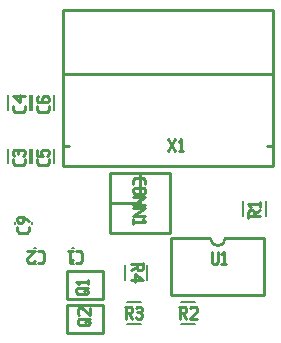
<source format=gbr>
G04 start of page 8 for group -4079 idx -4079 *
G04 Title: (unknown), topsilk *
G04 Creator: pcb 1.99z *
G04 CreationDate: Wed 03 Jul 2013 06:17:13 PM GMT UTC *
G04 For: commonadmin *
G04 Format: Gerber/RS-274X *
G04 PCB-Dimensions: 600000 500000 *
G04 PCB-Coordinate-Origin: lower left *
%MOIN*%
%FSLAX25Y25*%
%LNTOPSILK*%
%ADD54C,0.0080*%
%ADD53C,0.0100*%
G54D53*X36732Y59673D02*Y39673D01*
X56732D01*
Y59673D01*
X36732D01*
Y49673D02*X46732D01*
Y59673D01*
X57250Y38000D02*Y19000D01*
X88250D01*
Y38000D02*Y19000D01*
X57250Y38000D02*X70250D01*
X75250D02*X88250D01*
X70250D02*G75*G03X75250Y38000I2500J0D01*G01*
G54D54*X42543Y16740D02*X47267D01*
X42543Y9260D02*X47267D01*
X60543Y16740D02*X65267D01*
X60543Y9260D02*X65267D01*
X49240Y28957D02*Y24233D01*
X41760Y28957D02*Y24233D01*
X81260Y50267D02*Y45543D01*
X88740Y50267D02*Y45543D01*
X5245Y43436D02*Y42650D01*
X10755Y43436D02*Y42650D01*
G54D53*X22500Y15700D02*X34400D01*
X22500D02*Y6300D01*
X34400D01*
Y15700D02*Y6300D01*
X22500Y27100D02*X34400D01*
X22500D02*Y17700D01*
X34400D01*
Y27100D02*Y17700D01*
G54D54*X24064Y29245D02*X24850D01*
X24064Y34755D02*X24850D01*
X11392Y29245D02*X12178D01*
X11392Y34755D02*X12178D01*
X10760Y67767D02*Y63043D01*
X18240Y67767D02*Y63043D01*
X10760Y85577D02*Y80853D01*
X18240Y85577D02*Y80853D01*
G54D53*X91000Y62000D02*Y92000D01*
X21000D02*Y62000D01*
X91000Y92900D02*X21000D01*
X91000Y68900D02*X89000D01*
X21000D02*X23000D01*
X21000Y62000D02*X91000D01*
X21000Y91900D02*Y114200D01*
X91000Y91900D02*Y114200D01*
X21000D02*X91000D01*
G54D54*X2760Y67767D02*Y63043D01*
X10240Y67767D02*Y63043D01*
X2760Y85577D02*Y80853D01*
X10240Y85577D02*Y80853D01*
G54D53*X8350Y82065D02*Y80765D01*
X7650Y80065D02*X8350Y80765D01*
X5050Y80065D02*X7650D01*
X5050D02*X4350Y80765D01*
Y82065D02*Y80765D01*
X6850Y83265D02*X4350Y85265D01*
X6850Y85765D02*Y83265D01*
X4350Y85265D02*X8350D01*
X70750Y33500D02*Y30000D01*
X71250Y29500D01*
X72250D01*
X72750Y30000D01*
Y33500D02*Y30000D01*
X73950Y32700D02*X74750Y33500D01*
Y29500D01*
X73950D02*X75450D01*
X59755Y15150D02*X61755D01*
X62255Y14650D01*
Y13650D01*
X61755Y13150D02*X62255Y13650D01*
X60255Y13150D02*X61755D01*
X60255Y15150D02*Y11150D01*
X61055Y13150D02*X62255Y11150D01*
X63455Y14650D02*X63955Y15150D01*
X65455D01*
X65955Y14650D01*
Y13650D01*
X63455Y11150D02*X65955Y13650D01*
X63455Y11150D02*X65955D01*
X82850Y46755D02*Y44755D01*
Y46755D02*X83350Y47255D01*
X84350D01*
X84850Y46755D02*X84350Y47255D01*
X84850Y46755D02*Y45255D01*
X82850D02*X86850D01*
X84850Y46055D02*X86850Y47255D01*
X83650Y48455D02*X82850Y49255D01*
X86850D01*
Y49955D02*Y48455D01*
X44480Y57406D02*Y56106D01*
X45180Y58106D02*X44480Y57406D01*
X45180Y58106D02*X47780D01*
X48480Y57406D01*
Y56106D01*
X44980Y54906D02*X47980D01*
X48480Y54406D01*
Y53406D01*
X47980Y52906D01*
X44980D02*X47980D01*
X44480Y53406D02*X44980Y52906D01*
X44480Y54406D02*Y53406D01*
X44980Y54906D02*X44480Y54406D01*
Y51706D02*X48480D01*
X44480Y49206D01*
X48480D01*
X44480Y48006D02*X48480D01*
X44480Y45506D01*
X48480D01*
X47680Y44306D02*X48480Y43506D01*
X44480D02*X48480D01*
X44480Y44306D02*Y42806D01*
X41755Y15150D02*X43755D01*
X44255Y14650D01*
Y13650D01*
X43755Y13150D02*X44255Y13650D01*
X42255Y13150D02*X43755D01*
X42255Y15150D02*Y11150D01*
X43055Y13150D02*X44255Y11150D01*
X45455Y14650D02*X45955Y15150D01*
X46955D01*
X47455Y14650D01*
X46955Y11150D02*X47455Y11650D01*
X45955Y11150D02*X46955D01*
X45455Y11650D02*X45955Y11150D01*
Y13350D02*X46955D01*
X47455Y14650D02*Y13850D01*
Y12850D02*Y11650D01*
Y12850D02*X46955Y13350D01*
X47455Y13850D02*X46955Y13350D01*
X47650Y29745D02*Y27745D01*
X47150Y27245D01*
X46150D02*X47150D01*
X45650Y27745D02*X46150Y27245D01*
X45650Y29245D02*Y27745D01*
X43650Y29245D02*X47650D01*
X45650Y28445D02*X43650Y27245D01*
X45150Y26045D02*X47650Y24045D01*
X45150Y26045D02*Y23545D01*
X43650Y24045D02*X47650D01*
X56000Y67000D02*X58500Y71000D01*
X56000D02*X58500Y67000D01*
X59700Y70200D02*X60500Y71000D01*
Y67000D01*
X59700D02*X61200D01*
X9850Y41893D02*Y40593D01*
X9150Y39893D02*X9850Y40593D01*
X6550Y39893D02*X9150D01*
X6550D02*X5850Y40593D01*
Y41893D02*Y40593D01*
X9850Y43593D02*X7850Y45093D01*
X6350D02*X7850D01*
X5850Y44593D02*X6350Y45093D01*
X5850Y44593D02*Y43593D01*
X6350Y43093D02*X5850Y43593D01*
X6350Y43093D02*X7350D01*
X7850Y43593D01*
Y45093D02*Y43593D01*
X26500Y9100D02*X29500D01*
X26500D02*X26000Y9600D01*
Y10600D02*Y9600D01*
Y10600D02*X26500Y11100D01*
X29000D01*
X30000Y10100D02*X29000Y11100D01*
X30000Y10100D02*Y9600D01*
X29500Y9100D02*X30000Y9600D01*
X28500Y10100D02*X30000Y11100D01*
X26500Y12300D02*X26000Y12800D01*
Y14300D02*Y12800D01*
Y14300D02*X26500Y14800D01*
X27500D01*
X30000Y12300D02*X27500Y14800D01*
X30000D02*Y12300D01*
X26000Y19500D02*X29000D01*
X26000D02*X25500Y20000D01*
Y21000D02*Y20000D01*
Y21000D02*X26000Y21500D01*
X28500D01*
X29500Y20500D02*X28500Y21500D01*
X29500Y20500D02*Y20000D01*
X29000Y19500D02*X29500Y20000D01*
X28000Y20500D02*X29500Y21500D01*
X26300Y22700D02*X25500Y23500D01*
X29500D01*
Y24200D02*Y22700D01*
X25607Y33850D02*X26907D01*
X27607Y33150D02*X26907Y33850D01*
X27607Y33150D02*Y30550D01*
X26907Y29850D01*
X25607D02*X26907D01*
X24407Y30650D02*X23607Y29850D01*
Y33850D02*Y29850D01*
X22907Y33850D02*X24407D01*
X12935D02*X14235D01*
X14935Y33150D02*X14235Y33850D01*
X14935Y33150D02*Y30550D01*
X14235Y29850D01*
X12935D02*X14235D01*
X11735Y30350D02*X11235Y29850D01*
X9735D02*X11235D01*
X9735D02*X9235Y30350D01*
Y31350D02*Y30350D01*
X11735Y33850D02*X9235Y31350D01*
Y33850D02*X11735D01*
X16350Y64255D02*Y62955D01*
X15650Y62255D02*X16350Y62955D01*
X13050Y62255D02*X15650D01*
X13050D02*X12350Y62955D01*
Y64255D02*Y62955D01*
Y67455D02*Y65455D01*
X14350D01*
X13850Y65955D01*
Y66955D02*Y65955D01*
Y66955D02*X14350Y67455D01*
X15850D01*
X16350Y66955D02*X15850Y67455D01*
X16350Y66955D02*Y65955D01*
X15850Y65455D02*X16350Y65955D01*
Y82065D02*Y80765D01*
X15650Y80065D02*X16350Y80765D01*
X13050Y80065D02*X15650D01*
X13050D02*X12350Y80765D01*
Y82065D02*Y80765D01*
Y84765D02*X12850Y85265D01*
X12350Y84765D02*Y83765D01*
X12850Y83265D02*X12350Y83765D01*
X12850Y83265D02*X15850D01*
X16350Y83765D01*
X14150Y84765D02*X14650Y85265D01*
X14150Y84765D02*Y83265D01*
X16350Y84765D02*Y83765D01*
Y84765D02*X15850Y85265D01*
X14650D02*X15850D01*
X8350Y64255D02*Y62955D01*
X7650Y62255D02*X8350Y62955D01*
X5050Y62255D02*X7650D01*
X5050D02*X4350Y62955D01*
Y64255D02*Y62955D01*
X4850Y65455D02*X4350Y65955D01*
Y66955D02*Y65955D01*
Y66955D02*X4850Y67455D01*
X8350Y66955D02*X7850Y67455D01*
X8350Y66955D02*Y65955D01*
X7850Y65455D02*X8350Y65955D01*
X6150Y66955D02*Y65955D01*
X4850Y67455D02*X5650D01*
X6650D02*X7850D01*
X6650D02*X6150Y66955D01*
X5650Y67455D02*X6150Y66955D01*
M02*

</source>
